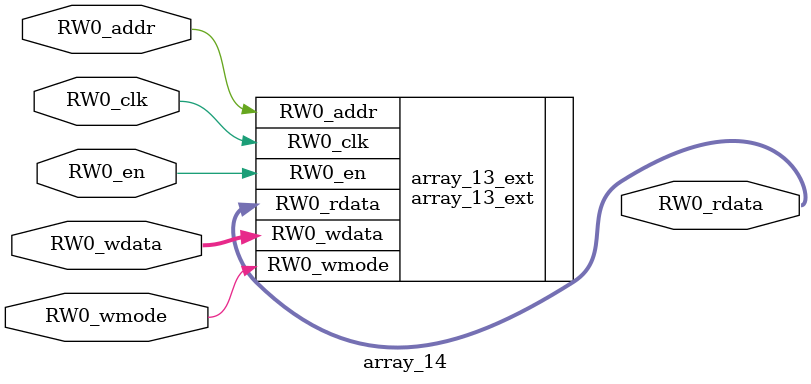
<source format=sv>
`ifndef RANDOMIZE
  `ifdef RANDOMIZE_MEM_INIT
    `define RANDOMIZE
  `endif // RANDOMIZE_MEM_INIT
`endif // not def RANDOMIZE
`ifndef RANDOMIZE
  `ifdef RANDOMIZE_REG_INIT
    `define RANDOMIZE
  `endif // RANDOMIZE_REG_INIT
`endif // not def RANDOMIZE

`ifndef RANDOM
  `define RANDOM $random
`endif // not def RANDOM

// Users can define INIT_RANDOM as general code that gets injected into the
// initializer block for modules with registers.
`ifndef INIT_RANDOM
  `define INIT_RANDOM
`endif // not def INIT_RANDOM

// If using random initialization, you can also define RANDOMIZE_DELAY to
// customize the delay used, otherwise 0.002 is used.
`ifndef RANDOMIZE_DELAY
  `define RANDOMIZE_DELAY 0.002
`endif // not def RANDOMIZE_DELAY

// Define INIT_RANDOM_PROLOG_ for use in our modules below.
`ifndef INIT_RANDOM_PROLOG_
  `ifdef RANDOMIZE
    `ifdef VERILATOR
      `define INIT_RANDOM_PROLOG_ `INIT_RANDOM
    `else  // VERILATOR
      `define INIT_RANDOM_PROLOG_ `INIT_RANDOM #`RANDOMIZE_DELAY begin end
    `endif // VERILATOR
  `else  // RANDOMIZE
    `define INIT_RANDOM_PROLOG_
  `endif // RANDOMIZE
`endif // not def INIT_RANDOM_PROLOG_

// Include register initializers in init blocks unless synthesis is set
`ifndef SYNTHESIS
  `ifndef ENABLE_INITIAL_REG_
    `define ENABLE_INITIAL_REG_
  `endif // not def ENABLE_INITIAL_REG_
`endif // not def SYNTHESIS

// Include rmemory initializers in init blocks unless synthesis is set
`ifndef SYNTHESIS
  `ifndef ENABLE_INITIAL_MEM_
    `define ENABLE_INITIAL_MEM_
  `endif // not def ENABLE_INITIAL_MEM_
`endif // not def SYNTHESIS

module array_14(
  input        RW0_addr,
  input        RW0_en,
  input        RW0_clk,
  input        RW0_wmode,
  input  [7:0] RW0_wdata,
  output [7:0] RW0_rdata
);

  array_13_ext array_13_ext (
    .RW0_addr  (RW0_addr),
    .RW0_en    (RW0_en),
    .RW0_clk   (RW0_clk),
    .RW0_wmode (RW0_wmode),
    .RW0_wdata (RW0_wdata),
    .RW0_rdata (RW0_rdata)
  );
endmodule


</source>
